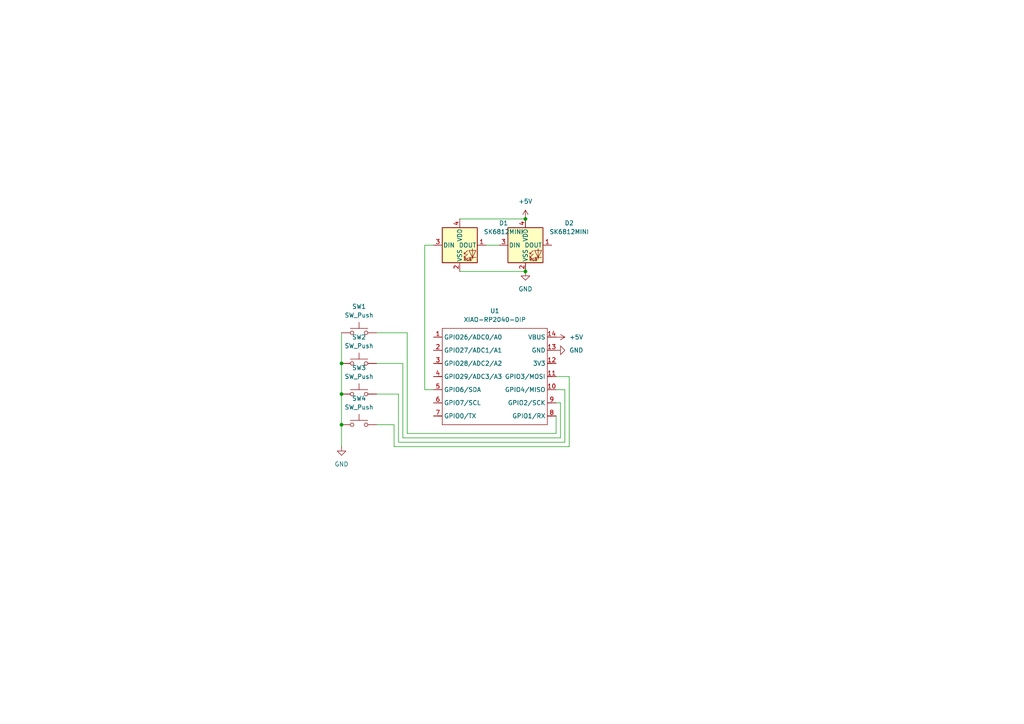
<source format=kicad_sch>
(kicad_sch (version 20250114) (generator "eeschema") (generator_version "9.0")
  (paper "A4")
  (lib_symbols
    (symbol "LED:SK6812MINI" (pin_names (offset 0.254))
      (property "Reference" "D" (at 5.08 5.715 0))
      (property "Value" "SK6812MINI" (at 1.27 -5.715 0))
      (symbol "SK6812MINI_0_0"
        (text "RGB" (at 2.286 -4.191 0) (effects (font (size 0.762 0.762))))
      )
      (symbol "SK6812MINI_0_1"
        (polyline (pts (xy 1.27 -2.54) (xy 1.778 -2.54)))
        (polyline (pts (xy 1.27 -3.556) (xy 1.778 -3.556)))
        (polyline (pts (xy 2.286 -1.524) (xy 1.27 -2.54) (xy 1.27 -2.032)))
        (polyline (pts (xy 2.286 -2.54) (xy 1.27 -3.556) (xy 1.27 -3.048)))
        (polyline (pts (xy 3.683 -1.016) (xy 3.683 -3.556) (xy 3.683 -4.064)))
        (polyline (pts (xy 4.699 -1.524) (xy 2.667 -1.524) (xy 3.683 -3.556) (xy 4.699 -1.524)))
        (polyline (pts (xy 4.699 -3.556) (xy 2.667 -3.556)))
        (rectangle (start 5.08 5.08) (end -5.08 -5.08) (stroke (width 0.254)) (fill (type background)))
      )
      (symbol "SK6812MINI_1_1"
        (pin input line (at -7.62 0 0) (length 2.54) (name "DIN") (number "3"))
        (pin power_in line (at 0 7.62 270) (length 2.54) (name "VDD") (number "4"))
        (pin power_in line (at 0 -7.62 90) (length 2.54) (name "VSS") (number "2"))
        (pin output line (at 7.62 0 180) (length 2.54) (name "DOUT") (number "1"))
      )
    )
    (symbol "OPL:XIAO-RP2040-DIP"
      (property "Reference" "U" (at 0 0 0))
      (property "Value" "XIAO-RP2040-DIP" (at 5.334 -1.778 0))
      (symbol "XIAO-RP2040-DIP_1_0"
        (polyline (pts (xy -1.27 -2.54) (xy 29.21 -2.54)) (stroke (width 0.1524)))
        (polyline (pts (xy -1.27 -5.08) (xy -2.54 -5.08)) (stroke (width 0.1524)))
        (polyline (pts (xy -1.27 -5.08) (xy -1.27 -2.54)) (stroke (width 0.1524)))
        (polyline (pts (xy -1.27 -8.89) (xy -2.54 -8.89)) (stroke (width 0.1524)))
        (polyline (pts (xy -1.27 -8.89) (xy -1.27 -5.08)) (stroke (width 0.1524)))
        (polyline (pts (xy -1.27 -12.7) (xy -2.54 -12.7)) (stroke (width 0.1524)))
        (polyline (pts (xy -1.27 -12.7) (xy -1.27 -8.89)) (stroke (width 0.1524)))
        (polyline (pts (xy -1.27 -16.51) (xy -2.54 -16.51)) (stroke (width 0.1524)))
        (polyline (pts (xy -1.27 -16.51) (xy -1.27 -12.7)) (stroke (width 0.1524)))
        (polyline (pts (xy -1.27 -20.32) (xy -2.54 -20.32)) (stroke (width 0.1524)))
        (polyline (pts (xy -1.27 -24.13) (xy -2.54 -24.13)) (stroke (width 0.1524)))
        (polyline (pts (xy -1.27 -27.94) (xy -2.54 -27.94)) (stroke (width 0.1524)))
        (polyline (pts (xy -1.27 -30.48) (xy -1.27 -16.51)) (stroke (width 0.1524)))
        (polyline (pts (xy 29.21 -2.54) (xy 29.21 -5.08)) (stroke (width 0.1524)))
        (polyline (pts (xy 29.21 -5.08) (xy 29.21 -8.89)) (stroke (width 0.1524)))
        (polyline (pts (xy 29.21 -8.89) (xy 29.21 -12.7)) (stroke (width 0.1524)))
        (polyline (pts (xy 29.21 -12.7) (xy 29.21 -30.48)) (stroke (width 0.1524)))
        (polyline (pts (xy 29.21 -30.48) (xy -1.27 -30.48)) (stroke (width 0.1524)))
        (polyline (pts (xy 30.48 -5.08) (xy 29.21 -5.08)) (stroke (width 0.1524)))
        (polyline (pts (xy 30.48 -8.89) (xy 29.21 -8.89)) (stroke (width 0.1524)))
        (polyline (pts (xy 30.48 -12.7) (xy 29.21 -12.7)) (stroke (width 0.1524)))
        (polyline (pts (xy 30.48 -16.51) (xy 29.21 -16.51)) (stroke (width 0.1524)))
        (polyline (pts (xy 30.48 -20.32) (xy 29.21 -20.32)) (stroke (width 0.1524)))
        (polyline (pts (xy 30.48 -24.13) (xy 29.21 -24.13)) (stroke (width 0.1524)))
        (polyline (pts (xy 30.48 -27.94) (xy 29.21 -27.94)) (stroke (width 0.1524)))
        (pin passive line (at -3.81 -5.08 0) (length 2.54) (name "GPIO26/ADC0/A0") (number "1"))
        (pin passive line (at -3.81 -8.89 0) (length 2.54) (name "GPIO27/ADC1/A1") (number "2"))
        (pin passive line (at -3.81 -12.7 0) (length 2.54) (name "GPIO28/ADC2/A2") (number "3"))
        (pin passive line (at -3.81 -16.51 0) (length 2.54) (name "GPIO29/ADC3/A3") (number "4"))
        (pin passive line (at -3.81 -20.32 0) (length 2.54) (name "GPIO6/SDA") (number "5"))
        (pin passive line (at -3.81 -24.13 0) (length 2.54) (name "GPIO7/SCL") (number "6"))
        (pin passive line (at -3.81 -27.94 0) (length 2.54) (name "GPIO0/TX") (number "7"))
        (pin passive line (at 31.75 -5.08 180) (length 2.54) (name "VBUS") (number "14"))
        (pin passive line (at 31.75 -8.89 180) (length 2.54) (name "GND") (number "13"))
        (pin passive line (at 31.75 -12.7 180) (length 2.54) (name "3V3") (number "12"))
        (pin passive line (at 31.75 -16.51 180) (length 2.54) (name "GPIO3/MOSI") (number "11"))
        (pin passive line (at 31.75 -20.32 180) (length 2.54) (name "GPIO4/MISO") (number "10"))
        (pin passive line (at 31.75 -24.13 180) (length 2.54) (name "GPIO2/SCK") (number "9"))
        (pin passive line (at 31.75 -27.94 180) (length 2.54) (name "GPIO1/RX") (number "8"))
      )
    )
    (symbol "Switch:SW_Push" (pin_numbers (hide yes)) (pin_names (offset 1.016) (hide yes))
      (property "Reference" "SW" (at 1.27 2.54 0))
      (property "Value" "SW_Push" (at 0 -1.524 0))
      (symbol "SW_Push_0_1"
        (circle (center -2.032 0) (radius 0.508))
        (polyline (pts (xy 0 1.27) (xy 0 3.048)))
        (circle (center 2.032 0) (radius 0.508))
        (polyline (pts (xy 2.54 1.27) (xy -2.54 1.27)))
        (pin passive line (at -5.08 0 0) (length 2.54) (name "1") (number "1"))
        (pin passive line (at 5.08 0 180) (length 2.54) (name "2") (number "2"))
      )
    )
    (symbol "power:+5V" (power) (pin_numbers (hide yes)) (pin_names (offset 0) (hide yes))
      (property "Value" "+5V" (at 0 3.556 0))
      (symbol "+5V_0_1"
        (polyline (pts (xy -0.762 1.27) (xy 0 2.54)))
        (polyline (pts (xy 0 2.54) (xy 0.762 1.27)))
        (polyline (pts (xy 0 0) (xy 0 2.54)))
      )
      (symbol "+5V_1_1"
        (pin power_in line (at 0 0 90) (length 0) (name "~") (number "1"))
      )
    )
    (symbol "power:GND" (power) (pin_numbers (hide yes)) (pin_names (offset 0) (hide yes))
      (property "Value" "GND" (at 0 -3.81 0))
      (symbol "GND_0_1"
        (polyline (pts (xy 0 0) (xy 0 -1.27) (xy 1.27 -1.27) (xy 0 -2.54) (xy -1.27 -1.27) (xy 0 -1.27)))
      )
      (symbol "GND_1_1"
        (pin power_in line (at 0 0 270) (length 0) (name "~") (number "1"))
      )
    )
  )
  (junction (at 152.4 78.74))
  (junction (at 152.4 63.5))
  (junction (at 99.06 114.3))
  (junction (at 99.06 123.19))
  (junction (at 99.06 105.41))
  (wire (pts (xy 161.29 125.73) (xy 161.29 120.65)))
  (wire (pts (xy 140.97 71.12) (xy 144.78 71.12)))
  (wire (pts (xy 109.22 96.52) (xy 118.11 96.52)))
  (wire (pts (xy 99.06 96.52) (xy 99.06 105.41)))
  (wire (pts (xy 99.06 114.3) (xy 99.06 123.19)))
  (wire (pts (xy 109.22 114.3) (xy 115.57 114.3)))
  (wire (pts (xy 109.22 105.41) (xy 116.84 105.41)))
  (wire (pts (xy 161.29 113.03) (xy 163.83 113.03)))
  (wire (pts (xy 116.84 127) (xy 162.56 127)))
  (wire (pts (xy 133.35 78.74) (xy 152.4 78.74)))
  (wire (pts (xy 115.57 114.3) (xy 115.57 128.27)))
  (wire (pts (xy 114.3 123.19) (xy 114.3 129.54)))
  (wire (pts (xy 116.84 105.41) (xy 116.84 127)))
  (wire (pts (xy 115.57 128.27) (xy 163.83 128.27)))
  (wire (pts (xy 114.3 129.54) (xy 165.1 129.54)))
  (wire (pts (xy 99.06 123.19) (xy 99.06 129.54)))
  (wire (pts (xy 165.1 129.54) (xy 165.1 109.22)))
  (wire (pts (xy 133.35 63.5) (xy 152.4 63.5)))
  (wire (pts (xy 118.11 125.73) (xy 161.29 125.73)))
  (wire (pts (xy 99.06 105.41) (xy 99.06 114.3)))
  (wire (pts (xy 163.83 128.27) (xy 163.83 113.03)))
  (wire (pts (xy 109.22 123.19) (xy 114.3 123.19)))
  (wire (pts (xy 161.29 109.22) (xy 165.1 109.22)))
  (wire (pts (xy 125.73 113.03) (xy 123.19 113.03)))
  (wire (pts (xy 123.19 71.12) (xy 125.73 71.12)))
  (wire (pts (xy 162.56 116.84) (xy 161.29 116.84)))
  (wire (pts (xy 118.11 96.52) (xy 118.11 125.73)))
  (wire (pts (xy 162.56 127) (xy 162.56 116.84)))
  (wire (pts (xy 123.19 113.03) (xy 123.19 71.12)))
  (symbol (lib_id "Switch:SW_Push") (at 104.14 114.3 0) (unit 1)
    (property "Reference" "SW3" (at 104.14 106.68 0))
    (property "Value" "SW_Push" (at 104.14 109.22 0))
    (property "Footprint" "Button_Switch_Keyboard:SW_Cherry_MX_1.00u_PCB" (effects (hide yes)))
    (property "Description" "Push button switch, generic, two pins" (effects (hide yes)))
  )
  (symbol (lib_id "power:+5V") (at 152.4 63.5 0) (unit 1)
    (property "Reference" "#PWR03" (effects (hide yes)))
    (property "Value" "+5V" (at 152.4 58.42 0))
    (property "Description" "Power symbol creates a global label with name \"+5V\"" (effects (hide yes)))
  )
  (symbol (lib_id "power:GND") (at 161.29 101.6 90) (unit 1)
    (property "Reference" "#PWR05" (effects (hide yes)))
    (property "Value" "GND" (at 165.1 101.5999 90) (effects (justify right)))
    (property "Description" "Power symbol creates a global label with name \"GND\" , ground" (effects (hide yes)))
  )
  (symbol (lib_id "LED:SK6812MINI") (at 133.35 71.12 0) (unit 1)
    (property "Reference" "D1" (at 146.05 64.6998 0))
    (property "Value" "SK6812MINI" (at 146.05 67.2398 0))
    (property "Footprint" "LED_SMD:LED_SK6812MINI_PLCC4_3.5x3.5mm_P1.75mm" (effects (hide yes)))
    (property "Datasheet" "https://cdn-shop.adafruit.com/product-files/2686/SK6812MINI_REV.01-1-2.pdf" (effects (hide yes)))
    (property "Description" "RGB LED with integrated controller" (effects (hide yes)))
  )
  (symbol (lib_id "LED:SK6812MINI") (at 152.4 71.12 0) (unit 1)
    (property "Reference" "D2" (at 165.1 64.6998 0))
    (property "Value" "SK6812MINI" (at 165.1 67.2398 0))
    (property "Footprint" "LED_SMD:LED_SK6812MINI_PLCC4_3.5x3.5mm_P1.75mm" (effects (hide yes)))
    (property "Datasheet" "https://cdn-shop.adafruit.com/product-files/2686/SK6812MINI_REV.01-1-2.pdf" (effects (hide yes)))
    (property "Description" "RGB LED with integrated controller" (effects (hide yes)))
  )
  (symbol (lib_id "Switch:SW_Push") (at 104.14 123.19 0) (unit 1)
    (property "Reference" "SW4" (at 104.14 115.57 0))
    (property "Value" "SW_Push" (at 104.14 118.11 0))
    (property "Footprint" "Button_Switch_Keyboard:SW_Cherry_MX_1.00u_PCB" (effects (hide yes)))
    (property "Description" "Push button switch, generic, two pins" (effects (hide yes)))
  )
  (symbol (lib_id "Switch:SW_Push") (at 104.14 96.52 0) (unit 1)
    (property "Reference" "SW1" (at 104.14 88.9 0))
    (property "Value" "SW_Push" (at 104.14 91.44 0))
    (property "Footprint" "Button_Switch_Keyboard:SW_Cherry_MX_1.00u_PCB" (effects (hide yes)))
    (property "Description" "Push button switch, generic, two pins" (effects (hide yes)))
  )
  (symbol (lib_id "power:GND") (at 152.4 78.74 0) (unit 1)
    (property "Reference" "#PWR02" (effects (hide yes)))
    (property "Value" "GND" (at 152.4 83.82 0))
    (property "Description" "Power symbol creates a global label with name \"GND\" , ground" (effects (hide yes)))
  )
  (symbol (lib_id "power:GND") (at 99.06 129.54 0) (unit 1)
    (property "Reference" "#PWR01" (effects (hide yes)))
    (property "Value" "GND" (at 99.06 134.62 0))
    (property "Description" "Power symbol creates a global label with name \"GND\" , ground" (effects (hide yes)))
  )
  (symbol (lib_id "OPL:XIAO-RP2040-DIP") (at 129.54 92.71 0) (unit 1)
    (property "Reference" "U1" (at 143.51 90.17 0))
    (property "Value" "XIAO-RP2040-DIP" (at 143.51 92.71 0))
    (property "Footprint" "OPL:XIAO-RP2040-DIP" (effects (hide yes)))
  )
  (symbol (lib_id "Switch:SW_Push") (at 104.14 105.41 0) (unit 1)
    (property "Reference" "SW2" (at 104.14 97.79 0))
    (property "Value" "SW_Push" (at 104.14 100.33 0))
    (property "Footprint" "Button_Switch_Keyboard:SW_Cherry_MX_1.00u_PCB" (effects (hide yes)))
    (property "Description" "Push button switch, generic, two pins" (effects (hide yes)))
  )
  (symbol (lib_id "power:+5V") (at 161.29 97.79 270) (unit 1)
    (property "Reference" "#PWR04" (effects (hide yes)))
    (property "Value" "+5V" (at 165.1 97.7899 90) (effects (justify left)))
    (property "Description" "Power symbol creates a global label with name \"+5V\"" (effects (hide yes)))
  )
)
</source>
